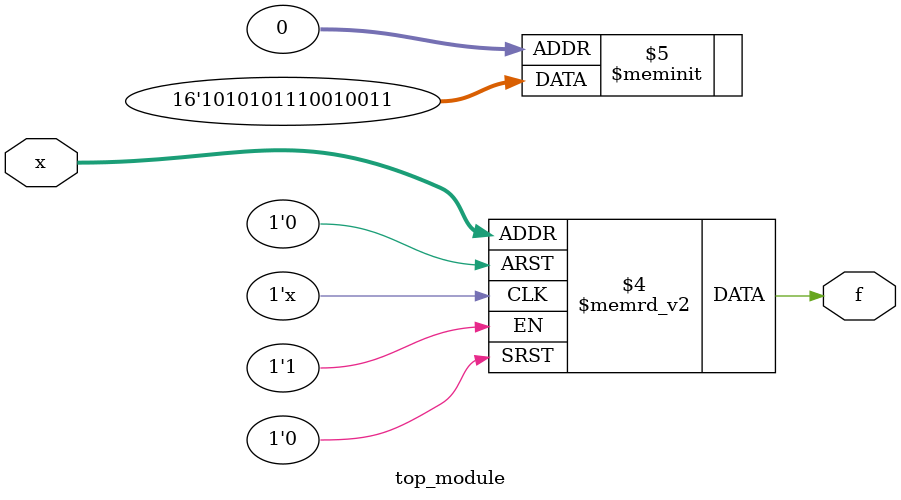
<source format=sv>
module top_module (
    input [4:1] x,
    output logic f
);

always_comb begin
    case ({x[4], x[3], x[2], x[1]})
        4'b0000: f = 1'b1;
        4'b0001: f = 1'b1;
        4'b0010: f = 1'b0;
        4'b0011: f = 1'b0;
        4'b0100: f = 1'b1;
        4'b0101: f = 1'b0;
        4'b0110: f = 1'b0;
        4'b0111: f = 1'b1;
        4'b1000: f = 1'b1;
        4'b1001: f = 1'b1;
        4'b1010: f = 1'b0;
        4'b1011: f = 1'b1;
        4'b1100: f = 1'b0;
        4'b1101: f = 1'b1;
        4'b1110: f = 1'b0;
        4'b1111: f = 1'b1;
    endcase
end

endmodule

</source>
